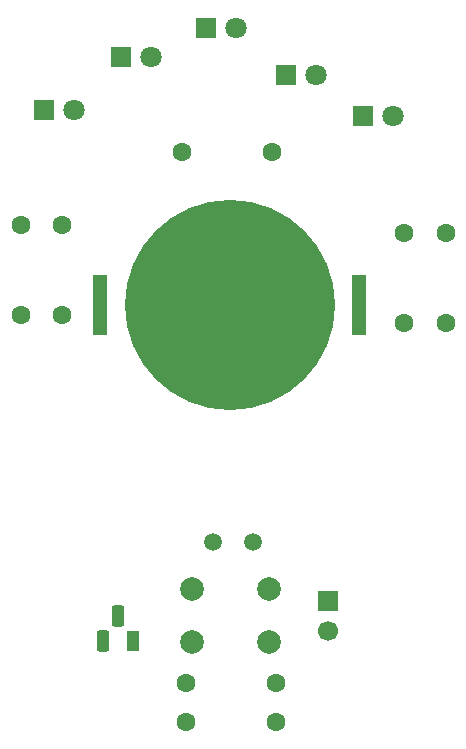
<source format=gbs>
G04 #@! TF.GenerationSoftware,KiCad,Pcbnew,9.0.2*
G04 #@! TF.CreationDate,2025-06-14T15:29:11+03:00*
G04 #@! TF.ProjectId,glowsei,676c6f77-7365-4692-9e6b-696361645f70,rev?*
G04 #@! TF.SameCoordinates,Original*
G04 #@! TF.FileFunction,Soldermask,Bot*
G04 #@! TF.FilePolarity,Negative*
%FSLAX46Y46*%
G04 Gerber Fmt 4.6, Leading zero omitted, Abs format (unit mm)*
G04 Created by KiCad (PCBNEW 9.0.2) date 2025-06-14 15:29:11*
%MOMM*%
%LPD*%
G01*
G04 APERTURE LIST*
G04 Aperture macros list*
%AMRoundRect*
0 Rectangle with rounded corners*
0 $1 Rounding radius*
0 $2 $3 $4 $5 $6 $7 $8 $9 X,Y pos of 4 corners*
0 Add a 4 corners polygon primitive as box body*
4,1,4,$2,$3,$4,$5,$6,$7,$8,$9,$2,$3,0*
0 Add four circle primitives for the rounded corners*
1,1,$1+$1,$2,$3*
1,1,$1+$1,$4,$5*
1,1,$1+$1,$6,$7*
1,1,$1+$1,$8,$9*
0 Add four rect primitives between the rounded corners*
20,1,$1+$1,$2,$3,$4,$5,0*
20,1,$1+$1,$4,$5,$6,$7,0*
20,1,$1+$1,$6,$7,$8,$9,0*
20,1,$1+$1,$8,$9,$2,$3,0*%
G04 Aperture macros list end*
%ADD10R,1.800000X1.800000*%
%ADD11C,1.800000*%
%ADD12C,2.000000*%
%ADD13C,1.500000*%
%ADD14C,1.600000*%
%ADD15R,1.270000X5.080000*%
%ADD16C,17.800000*%
%ADD17R,1.100000X1.800000*%
%ADD18RoundRect,0.275000X0.275000X0.625000X-0.275000X0.625000X-0.275000X-0.625000X0.275000X-0.625000X0*%
%ADD19R,1.700000X1.700000*%
%ADD20C,1.700000*%
G04 APERTURE END LIST*
D10*
G04 #@! TO.C,D3*
X150725000Y-65500000D03*
D11*
X153265000Y-65500000D03*
G04 #@! TD*
D12*
G04 #@! TO.C,SW1*
X149500000Y-113000000D03*
X156000000Y-113000000D03*
X149500000Y-117500000D03*
X156000000Y-117500000D03*
G04 #@! TD*
D10*
G04 #@! TO.C,D2*
X143500000Y-68000000D03*
D11*
X146040000Y-68000000D03*
G04 #@! TD*
D13*
G04 #@! TO.C,R2*
X151300000Y-109000000D03*
X154700000Y-109000000D03*
G04 #@! TD*
D10*
G04 #@! TO.C,D5*
X163960000Y-73000000D03*
D11*
X166500000Y-73000000D03*
G04 #@! TD*
D10*
G04 #@! TO.C,D1*
X137000000Y-72500000D03*
D11*
X139540000Y-72500000D03*
G04 #@! TD*
D10*
G04 #@! TO.C,D4*
X157500000Y-69500000D03*
D11*
X160040000Y-69500000D03*
G04 #@! TD*
D14*
G04 #@! TO.C,R8*
X171000000Y-90500000D03*
X171000000Y-82880000D03*
G04 #@! TD*
G04 #@! TO.C,R3*
X156650000Y-124250000D03*
X149030000Y-124250000D03*
G04 #@! TD*
G04 #@! TO.C,R4*
X156650000Y-120950000D03*
X149030000Y-120950000D03*
G04 #@! TD*
D15*
G04 #@! TO.C,BT1*
X163685001Y-89000000D03*
X141715001Y-89000000D03*
D16*
X152700001Y-89000000D03*
G04 #@! TD*
D14*
G04 #@! TO.C,R7*
X167500000Y-90500000D03*
X167500000Y-82880000D03*
G04 #@! TD*
G04 #@! TO.C,R6*
X148690000Y-76000000D03*
X156310000Y-76000000D03*
G04 #@! TD*
G04 #@! TO.C,R5*
X138500000Y-89810000D03*
X138500000Y-82190000D03*
G04 #@! TD*
G04 #@! TO.C,R1*
X135000000Y-89810000D03*
X135000000Y-82190000D03*
G04 #@! TD*
D17*
G04 #@! TO.C,Q1*
X144540000Y-117400000D03*
D18*
X143270000Y-115330000D03*
X142000000Y-117400000D03*
G04 #@! TD*
D19*
G04 #@! TO.C,M1*
X161000000Y-114000000D03*
D20*
X161000000Y-116540000D03*
G04 #@! TD*
M02*

</source>
